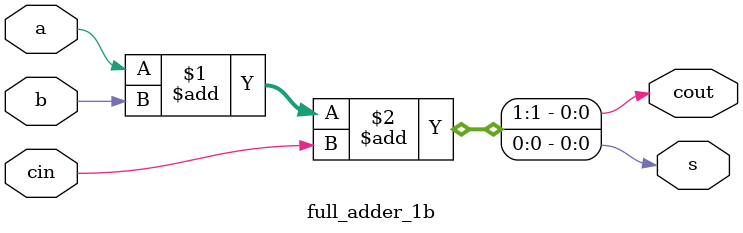
<source format=v>

module full_adder_1b (
    input wire a,
    input wire b,
    input wire cin,
    output wire s,
    output wire cout

);

assign {cout, s} = a + b + cin; // Concatenation operator
// The sum is the least significant bit (LSB) and the carry out is the most significant bit (MSB)


endmodule
</source>
